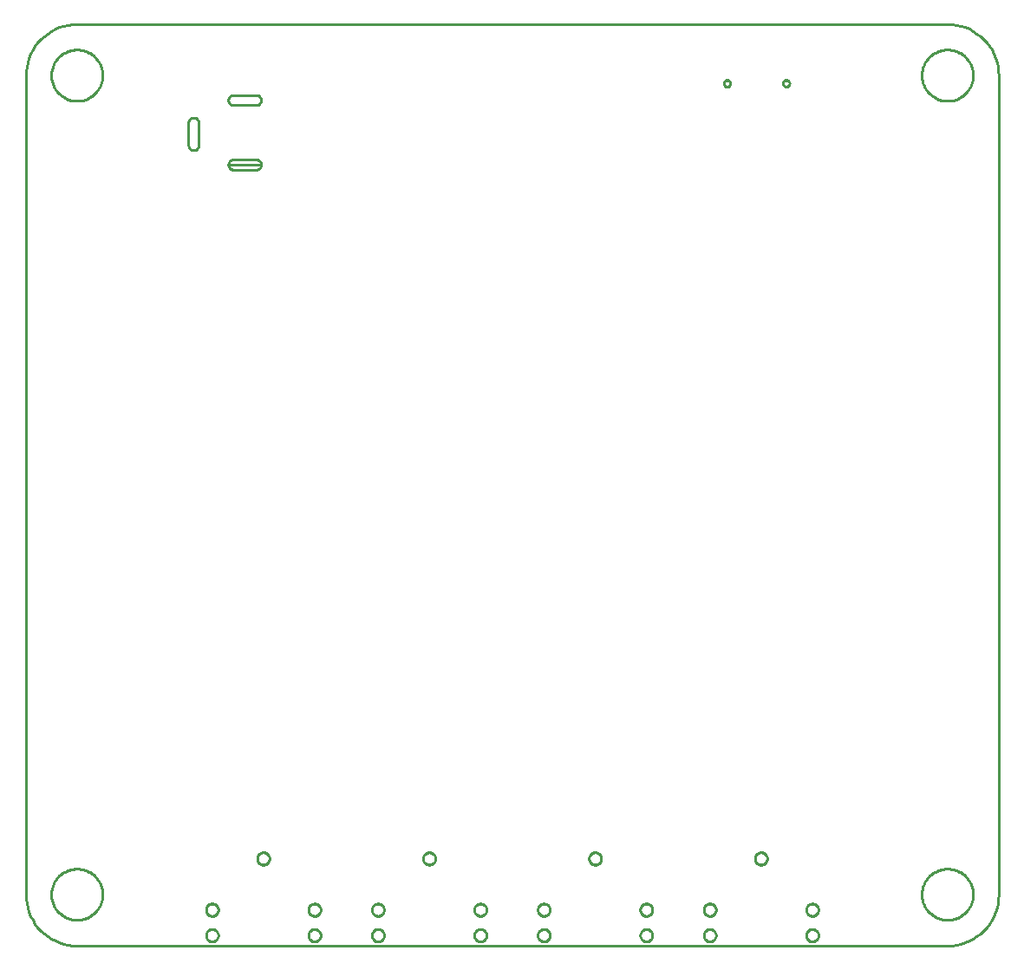
<source format=gbr>
G04 EAGLE Gerber RS-274X export*
G75*
%MOMM*%
%FSLAX34Y34*%
%LPD*%
%IN*%
%IPPOS*%
%AMOC8*
5,1,8,0,0,1.08239X$1,22.5*%
G01*
%ADD10C,0.254000*%


D10*
X0Y50000D02*
X190Y45642D01*
X760Y41318D01*
X1704Y37059D01*
X3015Y32899D01*
X4685Y28869D01*
X6699Y25000D01*
X9042Y21321D01*
X11698Y17861D01*
X14645Y14645D01*
X17861Y11698D01*
X21321Y9042D01*
X25000Y6699D01*
X28869Y4685D01*
X32899Y3015D01*
X37059Y1704D01*
X41318Y760D01*
X45642Y190D01*
X50000Y0D01*
X900000Y0D01*
X904358Y190D01*
X908682Y760D01*
X912941Y1704D01*
X917101Y3015D01*
X921131Y4685D01*
X925000Y6699D01*
X928679Y9042D01*
X932139Y11698D01*
X935355Y14645D01*
X938302Y17861D01*
X940958Y21321D01*
X943301Y25000D01*
X945315Y28869D01*
X946985Y32899D01*
X948296Y37059D01*
X949240Y41318D01*
X949810Y45642D01*
X950000Y50000D01*
X950000Y850000D01*
X949810Y854358D01*
X949240Y858682D01*
X948296Y862941D01*
X946985Y867101D01*
X945315Y871131D01*
X943301Y875000D01*
X940958Y878679D01*
X938302Y882139D01*
X935355Y885355D01*
X932139Y888302D01*
X928679Y890958D01*
X925000Y893301D01*
X921131Y895315D01*
X917101Y896985D01*
X912941Y898296D01*
X908682Y899240D01*
X904358Y899810D01*
X900000Y900000D01*
X50000Y900000D01*
X45642Y899810D01*
X41318Y899240D01*
X37059Y898296D01*
X32899Y896985D01*
X28869Y895315D01*
X25000Y893301D01*
X21321Y890958D01*
X17861Y888302D01*
X14645Y885355D01*
X11698Y882139D01*
X9042Y878679D01*
X6699Y875000D01*
X4685Y871131D01*
X3015Y867101D01*
X1704Y862941D01*
X760Y858682D01*
X190Y854358D01*
X0Y850000D01*
X0Y50000D01*
X158900Y781800D02*
X158919Y781364D01*
X158976Y780932D01*
X159070Y780506D01*
X159202Y780090D01*
X159368Y779687D01*
X159570Y779300D01*
X159804Y778932D01*
X160070Y778586D01*
X160364Y778264D01*
X160686Y777970D01*
X161032Y777704D01*
X161400Y777470D01*
X161787Y777268D01*
X162190Y777102D01*
X162606Y776970D01*
X163032Y776876D01*
X163464Y776819D01*
X163900Y776800D01*
X164336Y776819D01*
X164768Y776876D01*
X165194Y776970D01*
X165610Y777102D01*
X166013Y777268D01*
X166400Y777470D01*
X166768Y777704D01*
X167114Y777970D01*
X167436Y778264D01*
X167730Y778586D01*
X167996Y778932D01*
X168230Y779300D01*
X168432Y779687D01*
X168598Y780090D01*
X168730Y780506D01*
X168824Y780932D01*
X168881Y781364D01*
X168900Y781800D01*
X168900Y803800D01*
X168881Y804236D01*
X168824Y804668D01*
X168730Y805094D01*
X168598Y805510D01*
X168432Y805913D01*
X168230Y806300D01*
X167996Y806668D01*
X167730Y807014D01*
X167436Y807336D01*
X167114Y807630D01*
X166768Y807896D01*
X166400Y808130D01*
X166013Y808332D01*
X165610Y808498D01*
X165194Y808630D01*
X164768Y808724D01*
X164336Y808781D01*
X163900Y808800D01*
X163464Y808781D01*
X163032Y808724D01*
X162606Y808630D01*
X162190Y808498D01*
X161787Y808332D01*
X161400Y808130D01*
X161032Y807896D01*
X160686Y807630D01*
X160364Y807336D01*
X160070Y807014D01*
X159804Y806668D01*
X159570Y806300D01*
X159368Y805913D01*
X159202Y805510D01*
X159070Y805094D01*
X158976Y804668D01*
X158919Y804236D01*
X158900Y803800D01*
X158900Y781800D01*
X197900Y825800D02*
X197919Y825364D01*
X197976Y824932D01*
X198070Y824506D01*
X198202Y824090D01*
X198368Y823687D01*
X198570Y823300D01*
X198804Y822932D01*
X199070Y822586D01*
X199364Y822264D01*
X199686Y821970D01*
X200032Y821704D01*
X200400Y821470D01*
X200787Y821268D01*
X201190Y821102D01*
X201606Y820970D01*
X202032Y820876D01*
X202464Y820819D01*
X202900Y820800D01*
X224900Y820800D01*
X225336Y820819D01*
X225768Y820876D01*
X226194Y820970D01*
X226610Y821102D01*
X227013Y821268D01*
X227400Y821470D01*
X227768Y821704D01*
X228114Y821970D01*
X228436Y822264D01*
X228730Y822586D01*
X228996Y822932D01*
X229230Y823300D01*
X229432Y823687D01*
X229598Y824090D01*
X229730Y824506D01*
X229824Y824932D01*
X229881Y825364D01*
X229900Y825800D01*
X229881Y826236D01*
X229824Y826668D01*
X229730Y827094D01*
X229598Y827510D01*
X229432Y827913D01*
X229230Y828300D01*
X228996Y828668D01*
X228730Y829014D01*
X228436Y829336D01*
X228114Y829630D01*
X227768Y829896D01*
X227400Y830130D01*
X227013Y830332D01*
X226610Y830498D01*
X226194Y830630D01*
X225768Y830724D01*
X225336Y830781D01*
X224900Y830800D01*
X202900Y830800D01*
X202464Y830781D01*
X202032Y830724D01*
X201606Y830630D01*
X201190Y830498D01*
X200787Y830332D01*
X200400Y830130D01*
X200032Y829896D01*
X199686Y829630D01*
X199364Y829336D01*
X199070Y829014D01*
X198804Y828668D01*
X198570Y828300D01*
X198368Y827913D01*
X198202Y827510D01*
X198070Y827094D01*
X197976Y826668D01*
X197919Y826236D01*
X197900Y825800D01*
X197900Y762800D02*
X197919Y762364D01*
X197976Y761932D01*
X198070Y761506D01*
X198202Y761090D01*
X198368Y760687D01*
X198570Y760300D01*
X198804Y759932D01*
X199070Y759586D01*
X199364Y759264D01*
X199686Y758970D01*
X200032Y758704D01*
X200400Y758470D01*
X200787Y758268D01*
X201190Y758102D01*
X201606Y757970D01*
X202032Y757876D01*
X202464Y757819D01*
X202900Y757800D01*
X224900Y757800D01*
X225336Y757819D01*
X225768Y757876D01*
X226194Y757970D01*
X226610Y758102D01*
X227013Y758268D01*
X227400Y758470D01*
X227768Y758704D01*
X228114Y758970D01*
X228436Y759264D01*
X228730Y759586D01*
X228996Y759932D01*
X229230Y760300D01*
X229432Y760687D01*
X229598Y761090D01*
X229730Y761506D01*
X229824Y761932D01*
X229881Y762364D01*
X229900Y762800D01*
X229881Y763236D01*
X229824Y763668D01*
X229730Y764094D01*
X229598Y764510D01*
X229432Y764913D01*
X229230Y765300D01*
X228996Y765668D01*
X228730Y766014D01*
X228436Y766336D01*
X228114Y766630D01*
X227768Y766896D01*
X227400Y767130D01*
X227013Y767332D01*
X226610Y767498D01*
X226194Y767630D01*
X225768Y767724D01*
X225336Y767781D01*
X224900Y767800D01*
X202900Y767800D01*
X202464Y767781D01*
X202032Y767724D01*
X201606Y767630D01*
X201190Y767498D01*
X200787Y767332D01*
X200400Y767130D01*
X200032Y766896D01*
X199686Y766630D01*
X199364Y766336D01*
X199070Y766014D01*
X198804Y765668D01*
X198570Y765300D01*
X198368Y764913D01*
X198202Y764510D01*
X198070Y764094D01*
X197976Y763668D01*
X197919Y763236D01*
X197900Y762800D01*
X197900Y762800D02*
X229900Y762800D01*
X229881Y763236D01*
X229824Y763668D01*
X229730Y764094D01*
X229598Y764510D01*
X229432Y764913D01*
X229230Y765300D01*
X228996Y765668D01*
X228730Y766014D01*
X228436Y766336D01*
X228114Y766630D01*
X227768Y766896D01*
X227400Y767130D01*
X227013Y767332D01*
X226610Y767498D01*
X226194Y767630D01*
X225768Y767724D01*
X225336Y767781D01*
X224900Y767800D01*
X202900Y767800D01*
X202464Y767781D01*
X202032Y767724D01*
X201606Y767630D01*
X201190Y767498D01*
X200787Y767332D01*
X200400Y767130D01*
X200032Y766896D01*
X199686Y766630D01*
X199364Y766336D01*
X199070Y766014D01*
X198804Y765668D01*
X198570Y765300D01*
X198368Y764913D01*
X198202Y764510D01*
X198070Y764094D01*
X197976Y763668D01*
X197919Y763236D01*
X197900Y762800D01*
X197900Y762800D02*
X197919Y762364D01*
X197976Y761932D01*
X198070Y761506D01*
X198202Y761090D01*
X198368Y760687D01*
X198570Y760300D01*
X198804Y759932D01*
X199070Y759586D01*
X199364Y759264D01*
X199686Y758970D01*
X200032Y758704D01*
X200400Y758470D01*
X200787Y758268D01*
X201190Y758102D01*
X201606Y757970D01*
X202032Y757876D01*
X202464Y757819D01*
X202900Y757800D01*
X224900Y757800D01*
X225336Y757819D01*
X225768Y757876D01*
X226194Y757970D01*
X226610Y758102D01*
X227013Y758268D01*
X227400Y758470D01*
X227768Y758704D01*
X228114Y758970D01*
X228436Y759264D01*
X228730Y759586D01*
X228996Y759932D01*
X229230Y760300D01*
X229432Y760687D01*
X229598Y761090D01*
X229730Y761506D01*
X229824Y761932D01*
X229881Y762364D01*
X229900Y762800D01*
X197900Y762800D01*
X75000Y49299D02*
X74921Y47898D01*
X74764Y46504D01*
X74529Y45121D01*
X74217Y43753D01*
X73829Y42405D01*
X73365Y41081D01*
X72829Y39785D01*
X72220Y38521D01*
X71541Y37293D01*
X70795Y36105D01*
X69983Y34961D01*
X69108Y33864D01*
X68174Y32818D01*
X67182Y31826D01*
X66136Y30892D01*
X65039Y30017D01*
X63895Y29205D01*
X62707Y28459D01*
X61479Y27780D01*
X60215Y27171D01*
X58919Y26635D01*
X57595Y26171D01*
X56247Y25783D01*
X54879Y25471D01*
X53496Y25236D01*
X52102Y25079D01*
X50701Y25000D01*
X49299Y25000D01*
X47898Y25079D01*
X46504Y25236D01*
X45121Y25471D01*
X43753Y25783D01*
X42405Y26171D01*
X41081Y26635D01*
X39785Y27171D01*
X38521Y27780D01*
X37293Y28459D01*
X36105Y29205D01*
X34961Y30017D01*
X33864Y30892D01*
X32818Y31826D01*
X31826Y32818D01*
X30892Y33864D01*
X30017Y34961D01*
X29205Y36105D01*
X28459Y37293D01*
X27780Y38521D01*
X27171Y39785D01*
X26635Y41081D01*
X26171Y42405D01*
X25783Y43753D01*
X25471Y45121D01*
X25236Y46504D01*
X25079Y47898D01*
X25000Y49299D01*
X25000Y50701D01*
X25079Y52102D01*
X25236Y53496D01*
X25471Y54879D01*
X25783Y56247D01*
X26171Y57595D01*
X26635Y58919D01*
X27171Y60215D01*
X27780Y61479D01*
X28459Y62707D01*
X29205Y63895D01*
X30017Y65039D01*
X30892Y66136D01*
X31826Y67182D01*
X32818Y68174D01*
X33864Y69108D01*
X34961Y69983D01*
X36105Y70795D01*
X37293Y71541D01*
X38521Y72220D01*
X39785Y72829D01*
X41081Y73365D01*
X42405Y73829D01*
X43753Y74217D01*
X45121Y74529D01*
X46504Y74764D01*
X47898Y74921D01*
X49299Y75000D01*
X50701Y75000D01*
X52102Y74921D01*
X53496Y74764D01*
X54879Y74529D01*
X56247Y74217D01*
X57595Y73829D01*
X58919Y73365D01*
X60215Y72829D01*
X61479Y72220D01*
X62707Y71541D01*
X63895Y70795D01*
X65039Y69983D01*
X66136Y69108D01*
X67182Y68174D01*
X68174Y67182D01*
X69108Y66136D01*
X69983Y65039D01*
X70795Y63895D01*
X71541Y62707D01*
X72220Y61479D01*
X72829Y60215D01*
X73365Y58919D01*
X73829Y57595D01*
X74217Y56247D01*
X74529Y54879D01*
X74764Y53496D01*
X74921Y52102D01*
X75000Y50701D01*
X75000Y49299D01*
X925000Y49299D02*
X924921Y47898D01*
X924764Y46504D01*
X924529Y45121D01*
X924217Y43753D01*
X923829Y42405D01*
X923365Y41081D01*
X922829Y39785D01*
X922220Y38521D01*
X921541Y37293D01*
X920795Y36105D01*
X919983Y34961D01*
X919108Y33864D01*
X918174Y32818D01*
X917182Y31826D01*
X916136Y30892D01*
X915039Y30017D01*
X913895Y29205D01*
X912707Y28459D01*
X911479Y27780D01*
X910215Y27171D01*
X908919Y26635D01*
X907595Y26171D01*
X906247Y25783D01*
X904879Y25471D01*
X903496Y25236D01*
X902102Y25079D01*
X900701Y25000D01*
X899299Y25000D01*
X897898Y25079D01*
X896504Y25236D01*
X895121Y25471D01*
X893753Y25783D01*
X892405Y26171D01*
X891081Y26635D01*
X889785Y27171D01*
X888521Y27780D01*
X887293Y28459D01*
X886105Y29205D01*
X884961Y30017D01*
X883864Y30892D01*
X882818Y31826D01*
X881826Y32818D01*
X880892Y33864D01*
X880017Y34961D01*
X879205Y36105D01*
X878459Y37293D01*
X877780Y38521D01*
X877171Y39785D01*
X876635Y41081D01*
X876171Y42405D01*
X875783Y43753D01*
X875471Y45121D01*
X875236Y46504D01*
X875079Y47898D01*
X875000Y49299D01*
X875000Y50701D01*
X875079Y52102D01*
X875236Y53496D01*
X875471Y54879D01*
X875783Y56247D01*
X876171Y57595D01*
X876635Y58919D01*
X877171Y60215D01*
X877780Y61479D01*
X878459Y62707D01*
X879205Y63895D01*
X880017Y65039D01*
X880892Y66136D01*
X881826Y67182D01*
X882818Y68174D01*
X883864Y69108D01*
X884961Y69983D01*
X886105Y70795D01*
X887293Y71541D01*
X888521Y72220D01*
X889785Y72829D01*
X891081Y73365D01*
X892405Y73829D01*
X893753Y74217D01*
X895121Y74529D01*
X896504Y74764D01*
X897898Y74921D01*
X899299Y75000D01*
X900701Y75000D01*
X902102Y74921D01*
X903496Y74764D01*
X904879Y74529D01*
X906247Y74217D01*
X907595Y73829D01*
X908919Y73365D01*
X910215Y72829D01*
X911479Y72220D01*
X912707Y71541D01*
X913895Y70795D01*
X915039Y69983D01*
X916136Y69108D01*
X917182Y68174D01*
X918174Y67182D01*
X919108Y66136D01*
X919983Y65039D01*
X920795Y63895D01*
X921541Y62707D01*
X922220Y61479D01*
X922829Y60215D01*
X923365Y58919D01*
X923829Y57595D01*
X924217Y56247D01*
X924529Y54879D01*
X924764Y53496D01*
X924921Y52102D01*
X925000Y50701D01*
X925000Y49299D01*
X925000Y849299D02*
X924921Y847898D01*
X924764Y846504D01*
X924529Y845121D01*
X924217Y843753D01*
X923829Y842405D01*
X923365Y841081D01*
X922829Y839785D01*
X922220Y838521D01*
X921541Y837293D01*
X920795Y836105D01*
X919983Y834961D01*
X919108Y833864D01*
X918174Y832818D01*
X917182Y831826D01*
X916136Y830892D01*
X915039Y830017D01*
X913895Y829205D01*
X912707Y828459D01*
X911479Y827780D01*
X910215Y827171D01*
X908919Y826635D01*
X907595Y826171D01*
X906247Y825783D01*
X904879Y825471D01*
X903496Y825236D01*
X902102Y825079D01*
X900701Y825000D01*
X899299Y825000D01*
X897898Y825079D01*
X896504Y825236D01*
X895121Y825471D01*
X893753Y825783D01*
X892405Y826171D01*
X891081Y826635D01*
X889785Y827171D01*
X888521Y827780D01*
X887293Y828459D01*
X886105Y829205D01*
X884961Y830017D01*
X883864Y830892D01*
X882818Y831826D01*
X881826Y832818D01*
X880892Y833864D01*
X880017Y834961D01*
X879205Y836105D01*
X878459Y837293D01*
X877780Y838521D01*
X877171Y839785D01*
X876635Y841081D01*
X876171Y842405D01*
X875783Y843753D01*
X875471Y845121D01*
X875236Y846504D01*
X875079Y847898D01*
X875000Y849299D01*
X875000Y850701D01*
X875079Y852102D01*
X875236Y853496D01*
X875471Y854879D01*
X875783Y856247D01*
X876171Y857595D01*
X876635Y858919D01*
X877171Y860215D01*
X877780Y861479D01*
X878459Y862707D01*
X879205Y863895D01*
X880017Y865039D01*
X880892Y866136D01*
X881826Y867182D01*
X882818Y868174D01*
X883864Y869108D01*
X884961Y869983D01*
X886105Y870795D01*
X887293Y871541D01*
X888521Y872220D01*
X889785Y872829D01*
X891081Y873365D01*
X892405Y873829D01*
X893753Y874217D01*
X895121Y874529D01*
X896504Y874764D01*
X897898Y874921D01*
X899299Y875000D01*
X900701Y875000D01*
X902102Y874921D01*
X903496Y874764D01*
X904879Y874529D01*
X906247Y874217D01*
X907595Y873829D01*
X908919Y873365D01*
X910215Y872829D01*
X911479Y872220D01*
X912707Y871541D01*
X913895Y870795D01*
X915039Y869983D01*
X916136Y869108D01*
X917182Y868174D01*
X918174Y867182D01*
X919108Y866136D01*
X919983Y865039D01*
X920795Y863895D01*
X921541Y862707D01*
X922220Y861479D01*
X922829Y860215D01*
X923365Y858919D01*
X923829Y857595D01*
X924217Y856247D01*
X924529Y854879D01*
X924764Y853496D01*
X924921Y852102D01*
X925000Y850701D01*
X925000Y849299D01*
X75000Y849299D02*
X74921Y847898D01*
X74764Y846504D01*
X74529Y845121D01*
X74217Y843753D01*
X73829Y842405D01*
X73365Y841081D01*
X72829Y839785D01*
X72220Y838521D01*
X71541Y837293D01*
X70795Y836105D01*
X69983Y834961D01*
X69108Y833864D01*
X68174Y832818D01*
X67182Y831826D01*
X66136Y830892D01*
X65039Y830017D01*
X63895Y829205D01*
X62707Y828459D01*
X61479Y827780D01*
X60215Y827171D01*
X58919Y826635D01*
X57595Y826171D01*
X56247Y825783D01*
X54879Y825471D01*
X53496Y825236D01*
X52102Y825079D01*
X50701Y825000D01*
X49299Y825000D01*
X47898Y825079D01*
X46504Y825236D01*
X45121Y825471D01*
X43753Y825783D01*
X42405Y826171D01*
X41081Y826635D01*
X39785Y827171D01*
X38521Y827780D01*
X37293Y828459D01*
X36105Y829205D01*
X34961Y830017D01*
X33864Y830892D01*
X32818Y831826D01*
X31826Y832818D01*
X30892Y833864D01*
X30017Y834961D01*
X29205Y836105D01*
X28459Y837293D01*
X27780Y838521D01*
X27171Y839785D01*
X26635Y841081D01*
X26171Y842405D01*
X25783Y843753D01*
X25471Y845121D01*
X25236Y846504D01*
X25079Y847898D01*
X25000Y849299D01*
X25000Y850701D01*
X25079Y852102D01*
X25236Y853496D01*
X25471Y854879D01*
X25783Y856247D01*
X26171Y857595D01*
X26635Y858919D01*
X27171Y860215D01*
X27780Y861479D01*
X28459Y862707D01*
X29205Y863895D01*
X30017Y865039D01*
X30892Y866136D01*
X31826Y867182D01*
X32818Y868174D01*
X33864Y869108D01*
X34961Y869983D01*
X36105Y870795D01*
X37293Y871541D01*
X38521Y872220D01*
X39785Y872829D01*
X41081Y873365D01*
X42405Y873829D01*
X43753Y874217D01*
X45121Y874529D01*
X46504Y874764D01*
X47898Y874921D01*
X49299Y875000D01*
X50701Y875000D01*
X52102Y874921D01*
X53496Y874764D01*
X54879Y874529D01*
X56247Y874217D01*
X57595Y873829D01*
X58919Y873365D01*
X60215Y872829D01*
X61479Y872220D01*
X62707Y871541D01*
X63895Y870795D01*
X65039Y869983D01*
X66136Y869108D01*
X67182Y868174D01*
X68174Y867182D01*
X69108Y866136D01*
X69983Y865039D01*
X70795Y863895D01*
X71541Y862707D01*
X72220Y861479D01*
X72829Y860215D01*
X73365Y858919D01*
X73829Y857595D01*
X74217Y856247D01*
X74529Y854879D01*
X74764Y853496D01*
X74921Y852102D01*
X75000Y850701D01*
X75000Y849299D01*
X739350Y842363D02*
X739406Y842785D01*
X739516Y843197D01*
X739679Y843591D01*
X739892Y843959D01*
X740151Y844297D01*
X740453Y844599D01*
X740791Y844858D01*
X741159Y845071D01*
X741553Y845234D01*
X741965Y845344D01*
X742387Y845400D01*
X742813Y845400D01*
X743235Y845344D01*
X743647Y845234D01*
X744041Y845071D01*
X744409Y844858D01*
X744747Y844599D01*
X745049Y844297D01*
X745308Y843959D01*
X745521Y843591D01*
X745684Y843197D01*
X745794Y842785D01*
X745850Y842363D01*
X745850Y841937D01*
X745794Y841515D01*
X745684Y841103D01*
X745521Y840709D01*
X745308Y840341D01*
X745049Y840003D01*
X744747Y839701D01*
X744409Y839442D01*
X744041Y839229D01*
X743647Y839066D01*
X743235Y838956D01*
X742813Y838900D01*
X742387Y838900D01*
X741965Y838956D01*
X741553Y839066D01*
X741159Y839229D01*
X740791Y839442D01*
X740453Y839701D01*
X740151Y840003D01*
X739892Y840341D01*
X739679Y840709D01*
X739516Y841103D01*
X739406Y841515D01*
X739350Y841937D01*
X739350Y842363D01*
X681550Y842363D02*
X681606Y842785D01*
X681716Y843197D01*
X681879Y843591D01*
X682092Y843959D01*
X682351Y844297D01*
X682653Y844599D01*
X682991Y844858D01*
X683359Y845071D01*
X683753Y845234D01*
X684165Y845344D01*
X684587Y845400D01*
X685013Y845400D01*
X685435Y845344D01*
X685847Y845234D01*
X686241Y845071D01*
X686609Y844858D01*
X686947Y844599D01*
X687249Y844297D01*
X687508Y843959D01*
X687721Y843591D01*
X687884Y843197D01*
X687994Y842785D01*
X688050Y842363D01*
X688050Y841937D01*
X687994Y841515D01*
X687884Y841103D01*
X687721Y840709D01*
X687508Y840341D01*
X687249Y840003D01*
X686947Y839701D01*
X686609Y839442D01*
X686241Y839229D01*
X685847Y839066D01*
X685435Y838956D01*
X685013Y838900D01*
X684587Y838900D01*
X684165Y838956D01*
X683753Y839066D01*
X683359Y839229D01*
X682991Y839442D01*
X682653Y839701D01*
X682351Y840003D01*
X682092Y840341D01*
X681879Y840709D01*
X681716Y841103D01*
X681606Y841515D01*
X681550Y841937D01*
X681550Y842363D01*
X668337Y41000D02*
X669007Y40925D01*
X669664Y40775D01*
X670300Y40552D01*
X670907Y40260D01*
X671478Y39901D01*
X672004Y39481D01*
X672481Y39004D01*
X672901Y38478D01*
X673260Y37907D01*
X673552Y37300D01*
X673775Y36664D01*
X673925Y36007D01*
X674000Y35337D01*
X674000Y34663D01*
X673925Y33993D01*
X673775Y33336D01*
X673552Y32700D01*
X673260Y32093D01*
X672901Y31523D01*
X672481Y30996D01*
X672004Y30519D01*
X671478Y30099D01*
X670907Y29740D01*
X670300Y29448D01*
X669664Y29225D01*
X669007Y29075D01*
X668337Y29000D01*
X667663Y29000D01*
X666993Y29075D01*
X666336Y29225D01*
X665700Y29448D01*
X665093Y29740D01*
X664523Y30099D01*
X663996Y30519D01*
X663519Y30996D01*
X663099Y31523D01*
X662740Y32093D01*
X662448Y32700D01*
X662225Y33336D01*
X662075Y33993D01*
X662000Y34663D01*
X662000Y35337D01*
X662075Y36007D01*
X662225Y36664D01*
X662448Y37300D01*
X662740Y37907D01*
X663099Y38478D01*
X663519Y39004D01*
X663996Y39481D01*
X664523Y39901D01*
X665093Y40260D01*
X665700Y40552D01*
X666336Y40775D01*
X666993Y40925D01*
X667663Y41000D01*
X668337Y41000D01*
X668337Y16000D02*
X669007Y15925D01*
X669664Y15775D01*
X670300Y15552D01*
X670907Y15260D01*
X671478Y14901D01*
X672004Y14481D01*
X672481Y14004D01*
X672901Y13478D01*
X673260Y12907D01*
X673552Y12300D01*
X673775Y11664D01*
X673925Y11007D01*
X674000Y10337D01*
X674000Y9663D01*
X673925Y8993D01*
X673775Y8336D01*
X673552Y7700D01*
X673260Y7093D01*
X672901Y6523D01*
X672481Y5996D01*
X672004Y5519D01*
X671478Y5099D01*
X670907Y4740D01*
X670300Y4448D01*
X669664Y4225D01*
X669007Y4075D01*
X668337Y4000D01*
X667663Y4000D01*
X666993Y4075D01*
X666336Y4225D01*
X665700Y4448D01*
X665093Y4740D01*
X664523Y5099D01*
X663996Y5519D01*
X663519Y5996D01*
X663099Y6523D01*
X662740Y7093D01*
X662448Y7700D01*
X662225Y8336D01*
X662075Y8993D01*
X662000Y9663D01*
X662000Y10337D01*
X662075Y11007D01*
X662225Y11664D01*
X662448Y12300D01*
X662740Y12907D01*
X663099Y13478D01*
X663519Y14004D01*
X663996Y14481D01*
X664523Y14901D01*
X665093Y15260D01*
X665700Y15552D01*
X666336Y15775D01*
X666993Y15925D01*
X667663Y16000D01*
X668337Y16000D01*
X768337Y16000D02*
X769007Y15925D01*
X769664Y15775D01*
X770300Y15552D01*
X770907Y15260D01*
X771478Y14901D01*
X772004Y14481D01*
X772481Y14004D01*
X772901Y13478D01*
X773260Y12907D01*
X773552Y12300D01*
X773775Y11664D01*
X773925Y11007D01*
X774000Y10337D01*
X774000Y9663D01*
X773925Y8993D01*
X773775Y8336D01*
X773552Y7700D01*
X773260Y7093D01*
X772901Y6523D01*
X772481Y5996D01*
X772004Y5519D01*
X771478Y5099D01*
X770907Y4740D01*
X770300Y4448D01*
X769664Y4225D01*
X769007Y4075D01*
X768337Y4000D01*
X767663Y4000D01*
X766993Y4075D01*
X766336Y4225D01*
X765700Y4448D01*
X765093Y4740D01*
X764523Y5099D01*
X763996Y5519D01*
X763519Y5996D01*
X763099Y6523D01*
X762740Y7093D01*
X762448Y7700D01*
X762225Y8336D01*
X762075Y8993D01*
X762000Y9663D01*
X762000Y10337D01*
X762075Y11007D01*
X762225Y11664D01*
X762448Y12300D01*
X762740Y12907D01*
X763099Y13478D01*
X763519Y14004D01*
X763996Y14481D01*
X764523Y14901D01*
X765093Y15260D01*
X765700Y15552D01*
X766336Y15775D01*
X766993Y15925D01*
X767663Y16000D01*
X768337Y16000D01*
X768337Y41000D02*
X769007Y40925D01*
X769664Y40775D01*
X770300Y40552D01*
X770907Y40260D01*
X771478Y39901D01*
X772004Y39481D01*
X772481Y39004D01*
X772901Y38478D01*
X773260Y37907D01*
X773552Y37300D01*
X773775Y36664D01*
X773925Y36007D01*
X774000Y35337D01*
X774000Y34663D01*
X773925Y33993D01*
X773775Y33336D01*
X773552Y32700D01*
X773260Y32093D01*
X772901Y31523D01*
X772481Y30996D01*
X772004Y30519D01*
X771478Y30099D01*
X770907Y29740D01*
X770300Y29448D01*
X769664Y29225D01*
X769007Y29075D01*
X768337Y29000D01*
X767663Y29000D01*
X766993Y29075D01*
X766336Y29225D01*
X765700Y29448D01*
X765093Y29740D01*
X764523Y30099D01*
X763996Y30519D01*
X763519Y30996D01*
X763099Y31523D01*
X762740Y32093D01*
X762448Y32700D01*
X762225Y33336D01*
X762075Y33993D01*
X762000Y34663D01*
X762000Y35337D01*
X762075Y36007D01*
X762225Y36664D01*
X762448Y37300D01*
X762740Y37907D01*
X763099Y38478D01*
X763519Y39004D01*
X763996Y39481D01*
X764523Y39901D01*
X765093Y40260D01*
X765700Y40552D01*
X766336Y40775D01*
X766993Y40925D01*
X767663Y41000D01*
X768337Y41000D01*
X718337Y91000D02*
X719007Y90925D01*
X719664Y90775D01*
X720300Y90552D01*
X720907Y90260D01*
X721478Y89901D01*
X722004Y89481D01*
X722481Y89004D01*
X722901Y88478D01*
X723260Y87907D01*
X723552Y87300D01*
X723775Y86664D01*
X723925Y86007D01*
X724000Y85337D01*
X724000Y84663D01*
X723925Y83993D01*
X723775Y83336D01*
X723552Y82700D01*
X723260Y82093D01*
X722901Y81523D01*
X722481Y80996D01*
X722004Y80519D01*
X721478Y80099D01*
X720907Y79740D01*
X720300Y79448D01*
X719664Y79225D01*
X719007Y79075D01*
X718337Y79000D01*
X717663Y79000D01*
X716993Y79075D01*
X716336Y79225D01*
X715700Y79448D01*
X715093Y79740D01*
X714523Y80099D01*
X713996Y80519D01*
X713519Y80996D01*
X713099Y81523D01*
X712740Y82093D01*
X712448Y82700D01*
X712225Y83336D01*
X712075Y83993D01*
X712000Y84663D01*
X712000Y85337D01*
X712075Y86007D01*
X712225Y86664D01*
X712448Y87300D01*
X712740Y87907D01*
X713099Y88478D01*
X713519Y89004D01*
X713996Y89481D01*
X714523Y89901D01*
X715093Y90260D01*
X715700Y90552D01*
X716336Y90775D01*
X716993Y90925D01*
X717663Y91000D01*
X718337Y91000D01*
X506337Y41000D02*
X507007Y40925D01*
X507664Y40775D01*
X508300Y40552D01*
X508907Y40260D01*
X509478Y39901D01*
X510004Y39481D01*
X510481Y39004D01*
X510901Y38478D01*
X511260Y37907D01*
X511552Y37300D01*
X511775Y36664D01*
X511925Y36007D01*
X512000Y35337D01*
X512000Y34663D01*
X511925Y33993D01*
X511775Y33336D01*
X511552Y32700D01*
X511260Y32093D01*
X510901Y31523D01*
X510481Y30996D01*
X510004Y30519D01*
X509478Y30099D01*
X508907Y29740D01*
X508300Y29448D01*
X507664Y29225D01*
X507007Y29075D01*
X506337Y29000D01*
X505663Y29000D01*
X504993Y29075D01*
X504336Y29225D01*
X503700Y29448D01*
X503093Y29740D01*
X502523Y30099D01*
X501996Y30519D01*
X501519Y30996D01*
X501099Y31523D01*
X500740Y32093D01*
X500448Y32700D01*
X500225Y33336D01*
X500075Y33993D01*
X500000Y34663D01*
X500000Y35337D01*
X500075Y36007D01*
X500225Y36664D01*
X500448Y37300D01*
X500740Y37907D01*
X501099Y38478D01*
X501519Y39004D01*
X501996Y39481D01*
X502523Y39901D01*
X503093Y40260D01*
X503700Y40552D01*
X504336Y40775D01*
X504993Y40925D01*
X505663Y41000D01*
X506337Y41000D01*
X506337Y16000D02*
X507007Y15925D01*
X507664Y15775D01*
X508300Y15552D01*
X508907Y15260D01*
X509478Y14901D01*
X510004Y14481D01*
X510481Y14004D01*
X510901Y13478D01*
X511260Y12907D01*
X511552Y12300D01*
X511775Y11664D01*
X511925Y11007D01*
X512000Y10337D01*
X512000Y9663D01*
X511925Y8993D01*
X511775Y8336D01*
X511552Y7700D01*
X511260Y7093D01*
X510901Y6523D01*
X510481Y5996D01*
X510004Y5519D01*
X509478Y5099D01*
X508907Y4740D01*
X508300Y4448D01*
X507664Y4225D01*
X507007Y4075D01*
X506337Y4000D01*
X505663Y4000D01*
X504993Y4075D01*
X504336Y4225D01*
X503700Y4448D01*
X503093Y4740D01*
X502523Y5099D01*
X501996Y5519D01*
X501519Y5996D01*
X501099Y6523D01*
X500740Y7093D01*
X500448Y7700D01*
X500225Y8336D01*
X500075Y8993D01*
X500000Y9663D01*
X500000Y10337D01*
X500075Y11007D01*
X500225Y11664D01*
X500448Y12300D01*
X500740Y12907D01*
X501099Y13478D01*
X501519Y14004D01*
X501996Y14481D01*
X502523Y14901D01*
X503093Y15260D01*
X503700Y15552D01*
X504336Y15775D01*
X504993Y15925D01*
X505663Y16000D01*
X506337Y16000D01*
X606337Y16000D02*
X607007Y15925D01*
X607664Y15775D01*
X608300Y15552D01*
X608907Y15260D01*
X609478Y14901D01*
X610004Y14481D01*
X610481Y14004D01*
X610901Y13478D01*
X611260Y12907D01*
X611552Y12300D01*
X611775Y11664D01*
X611925Y11007D01*
X612000Y10337D01*
X612000Y9663D01*
X611925Y8993D01*
X611775Y8336D01*
X611552Y7700D01*
X611260Y7093D01*
X610901Y6523D01*
X610481Y5996D01*
X610004Y5519D01*
X609478Y5099D01*
X608907Y4740D01*
X608300Y4448D01*
X607664Y4225D01*
X607007Y4075D01*
X606337Y4000D01*
X605663Y4000D01*
X604993Y4075D01*
X604336Y4225D01*
X603700Y4448D01*
X603093Y4740D01*
X602523Y5099D01*
X601996Y5519D01*
X601519Y5996D01*
X601099Y6523D01*
X600740Y7093D01*
X600448Y7700D01*
X600225Y8336D01*
X600075Y8993D01*
X600000Y9663D01*
X600000Y10337D01*
X600075Y11007D01*
X600225Y11664D01*
X600448Y12300D01*
X600740Y12907D01*
X601099Y13478D01*
X601519Y14004D01*
X601996Y14481D01*
X602523Y14901D01*
X603093Y15260D01*
X603700Y15552D01*
X604336Y15775D01*
X604993Y15925D01*
X605663Y16000D01*
X606337Y16000D01*
X606337Y41000D02*
X607007Y40925D01*
X607664Y40775D01*
X608300Y40552D01*
X608907Y40260D01*
X609478Y39901D01*
X610004Y39481D01*
X610481Y39004D01*
X610901Y38478D01*
X611260Y37907D01*
X611552Y37300D01*
X611775Y36664D01*
X611925Y36007D01*
X612000Y35337D01*
X612000Y34663D01*
X611925Y33993D01*
X611775Y33336D01*
X611552Y32700D01*
X611260Y32093D01*
X610901Y31523D01*
X610481Y30996D01*
X610004Y30519D01*
X609478Y30099D01*
X608907Y29740D01*
X608300Y29448D01*
X607664Y29225D01*
X607007Y29075D01*
X606337Y29000D01*
X605663Y29000D01*
X604993Y29075D01*
X604336Y29225D01*
X603700Y29448D01*
X603093Y29740D01*
X602523Y30099D01*
X601996Y30519D01*
X601519Y30996D01*
X601099Y31523D01*
X600740Y32093D01*
X600448Y32700D01*
X600225Y33336D01*
X600075Y33993D01*
X600000Y34663D01*
X600000Y35337D01*
X600075Y36007D01*
X600225Y36664D01*
X600448Y37300D01*
X600740Y37907D01*
X601099Y38478D01*
X601519Y39004D01*
X601996Y39481D01*
X602523Y39901D01*
X603093Y40260D01*
X603700Y40552D01*
X604336Y40775D01*
X604993Y40925D01*
X605663Y41000D01*
X606337Y41000D01*
X556337Y91000D02*
X557007Y90925D01*
X557664Y90775D01*
X558300Y90552D01*
X558907Y90260D01*
X559478Y89901D01*
X560004Y89481D01*
X560481Y89004D01*
X560901Y88478D01*
X561260Y87907D01*
X561552Y87300D01*
X561775Y86664D01*
X561925Y86007D01*
X562000Y85337D01*
X562000Y84663D01*
X561925Y83993D01*
X561775Y83336D01*
X561552Y82700D01*
X561260Y82093D01*
X560901Y81523D01*
X560481Y80996D01*
X560004Y80519D01*
X559478Y80099D01*
X558907Y79740D01*
X558300Y79448D01*
X557664Y79225D01*
X557007Y79075D01*
X556337Y79000D01*
X555663Y79000D01*
X554993Y79075D01*
X554336Y79225D01*
X553700Y79448D01*
X553093Y79740D01*
X552523Y80099D01*
X551996Y80519D01*
X551519Y80996D01*
X551099Y81523D01*
X550740Y82093D01*
X550448Y82700D01*
X550225Y83336D01*
X550075Y83993D01*
X550000Y84663D01*
X550000Y85337D01*
X550075Y86007D01*
X550225Y86664D01*
X550448Y87300D01*
X550740Y87907D01*
X551099Y88478D01*
X551519Y89004D01*
X551996Y89481D01*
X552523Y89901D01*
X553093Y90260D01*
X553700Y90552D01*
X554336Y90775D01*
X554993Y90925D01*
X555663Y91000D01*
X556337Y91000D01*
X344337Y41000D02*
X345007Y40925D01*
X345664Y40775D01*
X346300Y40552D01*
X346907Y40260D01*
X347478Y39901D01*
X348004Y39481D01*
X348481Y39004D01*
X348901Y38478D01*
X349260Y37907D01*
X349552Y37300D01*
X349775Y36664D01*
X349925Y36007D01*
X350000Y35337D01*
X350000Y34663D01*
X349925Y33993D01*
X349775Y33336D01*
X349552Y32700D01*
X349260Y32093D01*
X348901Y31523D01*
X348481Y30996D01*
X348004Y30519D01*
X347478Y30099D01*
X346907Y29740D01*
X346300Y29448D01*
X345664Y29225D01*
X345007Y29075D01*
X344337Y29000D01*
X343663Y29000D01*
X342993Y29075D01*
X342336Y29225D01*
X341700Y29448D01*
X341093Y29740D01*
X340523Y30099D01*
X339996Y30519D01*
X339519Y30996D01*
X339099Y31523D01*
X338740Y32093D01*
X338448Y32700D01*
X338225Y33336D01*
X338075Y33993D01*
X338000Y34663D01*
X338000Y35337D01*
X338075Y36007D01*
X338225Y36664D01*
X338448Y37300D01*
X338740Y37907D01*
X339099Y38478D01*
X339519Y39004D01*
X339996Y39481D01*
X340523Y39901D01*
X341093Y40260D01*
X341700Y40552D01*
X342336Y40775D01*
X342993Y40925D01*
X343663Y41000D01*
X344337Y41000D01*
X344337Y16000D02*
X345007Y15925D01*
X345664Y15775D01*
X346300Y15552D01*
X346907Y15260D01*
X347478Y14901D01*
X348004Y14481D01*
X348481Y14004D01*
X348901Y13478D01*
X349260Y12907D01*
X349552Y12300D01*
X349775Y11664D01*
X349925Y11007D01*
X350000Y10337D01*
X350000Y9663D01*
X349925Y8993D01*
X349775Y8336D01*
X349552Y7700D01*
X349260Y7093D01*
X348901Y6523D01*
X348481Y5996D01*
X348004Y5519D01*
X347478Y5099D01*
X346907Y4740D01*
X346300Y4448D01*
X345664Y4225D01*
X345007Y4075D01*
X344337Y4000D01*
X343663Y4000D01*
X342993Y4075D01*
X342336Y4225D01*
X341700Y4448D01*
X341093Y4740D01*
X340523Y5099D01*
X339996Y5519D01*
X339519Y5996D01*
X339099Y6523D01*
X338740Y7093D01*
X338448Y7700D01*
X338225Y8336D01*
X338075Y8993D01*
X338000Y9663D01*
X338000Y10337D01*
X338075Y11007D01*
X338225Y11664D01*
X338448Y12300D01*
X338740Y12907D01*
X339099Y13478D01*
X339519Y14004D01*
X339996Y14481D01*
X340523Y14901D01*
X341093Y15260D01*
X341700Y15552D01*
X342336Y15775D01*
X342993Y15925D01*
X343663Y16000D01*
X344337Y16000D01*
X444337Y16000D02*
X445007Y15925D01*
X445664Y15775D01*
X446300Y15552D01*
X446907Y15260D01*
X447478Y14901D01*
X448004Y14481D01*
X448481Y14004D01*
X448901Y13478D01*
X449260Y12907D01*
X449552Y12300D01*
X449775Y11664D01*
X449925Y11007D01*
X450000Y10337D01*
X450000Y9663D01*
X449925Y8993D01*
X449775Y8336D01*
X449552Y7700D01*
X449260Y7093D01*
X448901Y6523D01*
X448481Y5996D01*
X448004Y5519D01*
X447478Y5099D01*
X446907Y4740D01*
X446300Y4448D01*
X445664Y4225D01*
X445007Y4075D01*
X444337Y4000D01*
X443663Y4000D01*
X442993Y4075D01*
X442336Y4225D01*
X441700Y4448D01*
X441093Y4740D01*
X440523Y5099D01*
X439996Y5519D01*
X439519Y5996D01*
X439099Y6523D01*
X438740Y7093D01*
X438448Y7700D01*
X438225Y8336D01*
X438075Y8993D01*
X438000Y9663D01*
X438000Y10337D01*
X438075Y11007D01*
X438225Y11664D01*
X438448Y12300D01*
X438740Y12907D01*
X439099Y13478D01*
X439519Y14004D01*
X439996Y14481D01*
X440523Y14901D01*
X441093Y15260D01*
X441700Y15552D01*
X442336Y15775D01*
X442993Y15925D01*
X443663Y16000D01*
X444337Y16000D01*
X444337Y41000D02*
X445007Y40925D01*
X445664Y40775D01*
X446300Y40552D01*
X446907Y40260D01*
X447478Y39901D01*
X448004Y39481D01*
X448481Y39004D01*
X448901Y38478D01*
X449260Y37907D01*
X449552Y37300D01*
X449775Y36664D01*
X449925Y36007D01*
X450000Y35337D01*
X450000Y34663D01*
X449925Y33993D01*
X449775Y33336D01*
X449552Y32700D01*
X449260Y32093D01*
X448901Y31523D01*
X448481Y30996D01*
X448004Y30519D01*
X447478Y30099D01*
X446907Y29740D01*
X446300Y29448D01*
X445664Y29225D01*
X445007Y29075D01*
X444337Y29000D01*
X443663Y29000D01*
X442993Y29075D01*
X442336Y29225D01*
X441700Y29448D01*
X441093Y29740D01*
X440523Y30099D01*
X439996Y30519D01*
X439519Y30996D01*
X439099Y31523D01*
X438740Y32093D01*
X438448Y32700D01*
X438225Y33336D01*
X438075Y33993D01*
X438000Y34663D01*
X438000Y35337D01*
X438075Y36007D01*
X438225Y36664D01*
X438448Y37300D01*
X438740Y37907D01*
X439099Y38478D01*
X439519Y39004D01*
X439996Y39481D01*
X440523Y39901D01*
X441093Y40260D01*
X441700Y40552D01*
X442336Y40775D01*
X442993Y40925D01*
X443663Y41000D01*
X444337Y41000D01*
X394337Y91000D02*
X395007Y90925D01*
X395664Y90775D01*
X396300Y90552D01*
X396907Y90260D01*
X397478Y89901D01*
X398004Y89481D01*
X398481Y89004D01*
X398901Y88478D01*
X399260Y87907D01*
X399552Y87300D01*
X399775Y86664D01*
X399925Y86007D01*
X400000Y85337D01*
X400000Y84663D01*
X399925Y83993D01*
X399775Y83336D01*
X399552Y82700D01*
X399260Y82093D01*
X398901Y81523D01*
X398481Y80996D01*
X398004Y80519D01*
X397478Y80099D01*
X396907Y79740D01*
X396300Y79448D01*
X395664Y79225D01*
X395007Y79075D01*
X394337Y79000D01*
X393663Y79000D01*
X392993Y79075D01*
X392336Y79225D01*
X391700Y79448D01*
X391093Y79740D01*
X390523Y80099D01*
X389996Y80519D01*
X389519Y80996D01*
X389099Y81523D01*
X388740Y82093D01*
X388448Y82700D01*
X388225Y83336D01*
X388075Y83993D01*
X388000Y84663D01*
X388000Y85337D01*
X388075Y86007D01*
X388225Y86664D01*
X388448Y87300D01*
X388740Y87907D01*
X389099Y88478D01*
X389519Y89004D01*
X389996Y89481D01*
X390523Y89901D01*
X391093Y90260D01*
X391700Y90552D01*
X392336Y90775D01*
X392993Y90925D01*
X393663Y91000D01*
X394337Y91000D01*
X182337Y41000D02*
X183007Y40925D01*
X183664Y40775D01*
X184300Y40552D01*
X184907Y40260D01*
X185478Y39901D01*
X186004Y39481D01*
X186481Y39004D01*
X186901Y38478D01*
X187260Y37907D01*
X187552Y37300D01*
X187775Y36664D01*
X187925Y36007D01*
X188000Y35337D01*
X188000Y34663D01*
X187925Y33993D01*
X187775Y33336D01*
X187552Y32700D01*
X187260Y32093D01*
X186901Y31523D01*
X186481Y30996D01*
X186004Y30519D01*
X185478Y30099D01*
X184907Y29740D01*
X184300Y29448D01*
X183664Y29225D01*
X183007Y29075D01*
X182337Y29000D01*
X181663Y29000D01*
X180993Y29075D01*
X180336Y29225D01*
X179700Y29448D01*
X179093Y29740D01*
X178523Y30099D01*
X177996Y30519D01*
X177519Y30996D01*
X177099Y31523D01*
X176740Y32093D01*
X176448Y32700D01*
X176225Y33336D01*
X176075Y33993D01*
X176000Y34663D01*
X176000Y35337D01*
X176075Y36007D01*
X176225Y36664D01*
X176448Y37300D01*
X176740Y37907D01*
X177099Y38478D01*
X177519Y39004D01*
X177996Y39481D01*
X178523Y39901D01*
X179093Y40260D01*
X179700Y40552D01*
X180336Y40775D01*
X180993Y40925D01*
X181663Y41000D01*
X182337Y41000D01*
X182337Y16000D02*
X183007Y15925D01*
X183664Y15775D01*
X184300Y15552D01*
X184907Y15260D01*
X185478Y14901D01*
X186004Y14481D01*
X186481Y14004D01*
X186901Y13478D01*
X187260Y12907D01*
X187552Y12300D01*
X187775Y11664D01*
X187925Y11007D01*
X188000Y10337D01*
X188000Y9663D01*
X187925Y8993D01*
X187775Y8336D01*
X187552Y7700D01*
X187260Y7093D01*
X186901Y6523D01*
X186481Y5996D01*
X186004Y5519D01*
X185478Y5099D01*
X184907Y4740D01*
X184300Y4448D01*
X183664Y4225D01*
X183007Y4075D01*
X182337Y4000D01*
X181663Y4000D01*
X180993Y4075D01*
X180336Y4225D01*
X179700Y4448D01*
X179093Y4740D01*
X178523Y5099D01*
X177996Y5519D01*
X177519Y5996D01*
X177099Y6523D01*
X176740Y7093D01*
X176448Y7700D01*
X176225Y8336D01*
X176075Y8993D01*
X176000Y9663D01*
X176000Y10337D01*
X176075Y11007D01*
X176225Y11664D01*
X176448Y12300D01*
X176740Y12907D01*
X177099Y13478D01*
X177519Y14004D01*
X177996Y14481D01*
X178523Y14901D01*
X179093Y15260D01*
X179700Y15552D01*
X180336Y15775D01*
X180993Y15925D01*
X181663Y16000D01*
X182337Y16000D01*
X282337Y16000D02*
X283007Y15925D01*
X283664Y15775D01*
X284300Y15552D01*
X284907Y15260D01*
X285478Y14901D01*
X286004Y14481D01*
X286481Y14004D01*
X286901Y13478D01*
X287260Y12907D01*
X287552Y12300D01*
X287775Y11664D01*
X287925Y11007D01*
X288000Y10337D01*
X288000Y9663D01*
X287925Y8993D01*
X287775Y8336D01*
X287552Y7700D01*
X287260Y7093D01*
X286901Y6523D01*
X286481Y5996D01*
X286004Y5519D01*
X285478Y5099D01*
X284907Y4740D01*
X284300Y4448D01*
X283664Y4225D01*
X283007Y4075D01*
X282337Y4000D01*
X281663Y4000D01*
X280993Y4075D01*
X280336Y4225D01*
X279700Y4448D01*
X279093Y4740D01*
X278523Y5099D01*
X277996Y5519D01*
X277519Y5996D01*
X277099Y6523D01*
X276740Y7093D01*
X276448Y7700D01*
X276225Y8336D01*
X276075Y8993D01*
X276000Y9663D01*
X276000Y10337D01*
X276075Y11007D01*
X276225Y11664D01*
X276448Y12300D01*
X276740Y12907D01*
X277099Y13478D01*
X277519Y14004D01*
X277996Y14481D01*
X278523Y14901D01*
X279093Y15260D01*
X279700Y15552D01*
X280336Y15775D01*
X280993Y15925D01*
X281663Y16000D01*
X282337Y16000D01*
X282337Y41000D02*
X283007Y40925D01*
X283664Y40775D01*
X284300Y40552D01*
X284907Y40260D01*
X285478Y39901D01*
X286004Y39481D01*
X286481Y39004D01*
X286901Y38478D01*
X287260Y37907D01*
X287552Y37300D01*
X287775Y36664D01*
X287925Y36007D01*
X288000Y35337D01*
X288000Y34663D01*
X287925Y33993D01*
X287775Y33336D01*
X287552Y32700D01*
X287260Y32093D01*
X286901Y31523D01*
X286481Y30996D01*
X286004Y30519D01*
X285478Y30099D01*
X284907Y29740D01*
X284300Y29448D01*
X283664Y29225D01*
X283007Y29075D01*
X282337Y29000D01*
X281663Y29000D01*
X280993Y29075D01*
X280336Y29225D01*
X279700Y29448D01*
X279093Y29740D01*
X278523Y30099D01*
X277996Y30519D01*
X277519Y30996D01*
X277099Y31523D01*
X276740Y32093D01*
X276448Y32700D01*
X276225Y33336D01*
X276075Y33993D01*
X276000Y34663D01*
X276000Y35337D01*
X276075Y36007D01*
X276225Y36664D01*
X276448Y37300D01*
X276740Y37907D01*
X277099Y38478D01*
X277519Y39004D01*
X277996Y39481D01*
X278523Y39901D01*
X279093Y40260D01*
X279700Y40552D01*
X280336Y40775D01*
X280993Y40925D01*
X281663Y41000D01*
X282337Y41000D01*
X232337Y91000D02*
X233007Y90925D01*
X233664Y90775D01*
X234300Y90552D01*
X234907Y90260D01*
X235478Y89901D01*
X236004Y89481D01*
X236481Y89004D01*
X236901Y88478D01*
X237260Y87907D01*
X237552Y87300D01*
X237775Y86664D01*
X237925Y86007D01*
X238000Y85337D01*
X238000Y84663D01*
X237925Y83993D01*
X237775Y83336D01*
X237552Y82700D01*
X237260Y82093D01*
X236901Y81523D01*
X236481Y80996D01*
X236004Y80519D01*
X235478Y80099D01*
X234907Y79740D01*
X234300Y79448D01*
X233664Y79225D01*
X233007Y79075D01*
X232337Y79000D01*
X231663Y79000D01*
X230993Y79075D01*
X230336Y79225D01*
X229700Y79448D01*
X229093Y79740D01*
X228523Y80099D01*
X227996Y80519D01*
X227519Y80996D01*
X227099Y81523D01*
X226740Y82093D01*
X226448Y82700D01*
X226225Y83336D01*
X226075Y83993D01*
X226000Y84663D01*
X226000Y85337D01*
X226075Y86007D01*
X226225Y86664D01*
X226448Y87300D01*
X226740Y87907D01*
X227099Y88478D01*
X227519Y89004D01*
X227996Y89481D01*
X228523Y89901D01*
X229093Y90260D01*
X229700Y90552D01*
X230336Y90775D01*
X230993Y90925D01*
X231663Y91000D01*
X232337Y91000D01*
M02*

</source>
